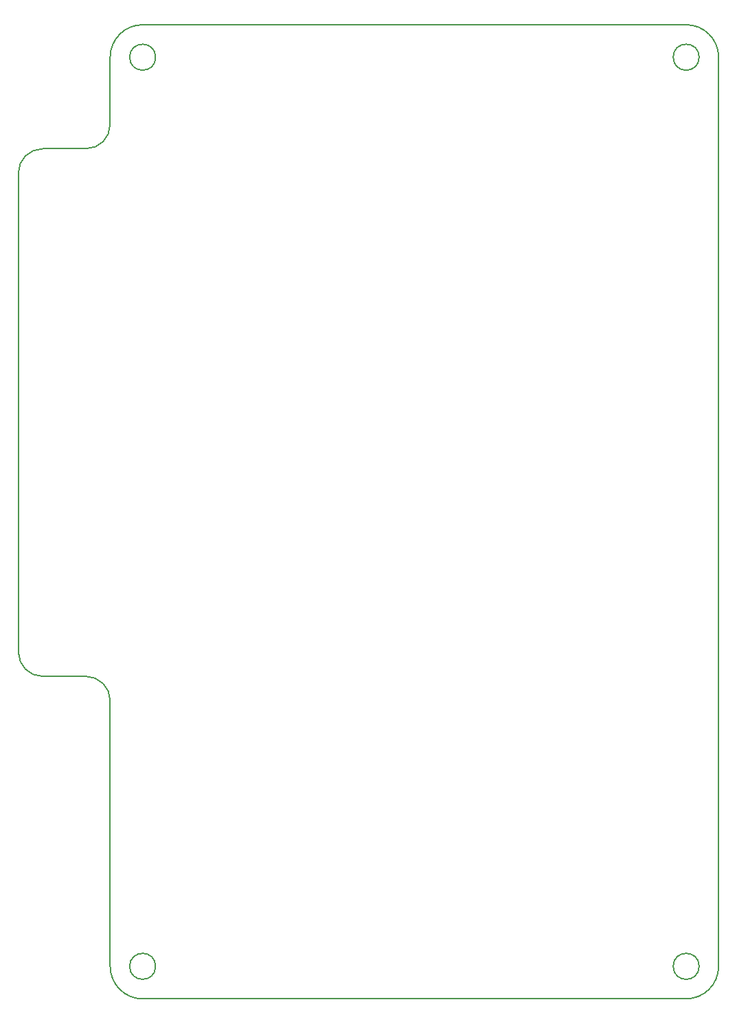
<source format=gbr>
%TF.GenerationSoftware,KiCad,Pcbnew,9.0.5*%
%TF.CreationDate,2025-11-24T08:34:37-05:00*%
%TF.ProjectId,devboard,64657662-6f61-4726-942e-6b696361645f,rev?*%
%TF.SameCoordinates,Original*%
%TF.FileFunction,Profile,NP*%
%FSLAX46Y46*%
G04 Gerber Fmt 4.6, Leading zero omitted, Abs format (unit mm)*
G04 Created by KiCad (PCBNEW 9.0.5) date 2025-11-24 08:34:37*
%MOMM*%
%LPD*%
G01*
G04 APERTURE LIST*
%TA.AperFunction,Profile*%
%ADD10C,0.200000*%
%TD*%
G04 APERTURE END LIST*
D10*
X125218087Y-39225834D02*
G75*
G02*
X122017687Y-39225834I-1600200J0D01*
G01*
X122017687Y-39225834D02*
G75*
G02*
X125218087Y-39225834I1600200J0D01*
G01*
X108300000Y-112500000D02*
X108300000Y-53499950D01*
X123617900Y-155225834D02*
G75*
G02*
X119617886Y-151213151I0J4000034D01*
G01*
X119617887Y-47494001D02*
X119617887Y-39225900D01*
X127392804Y-155225834D02*
X123617900Y-155225834D01*
X192218087Y-151225834D02*
G75*
G02*
X189017687Y-151225834I-1600200J0D01*
G01*
X189017687Y-151225834D02*
G75*
G02*
X192218087Y-151225834I1600200J0D01*
G01*
X194617887Y-151225800D02*
G75*
G02*
X190617887Y-155225887I-4000087J0D01*
G01*
X194617887Y-39225834D02*
X194617887Y-151225800D01*
X192218087Y-39225834D02*
G75*
G02*
X189017687Y-39225834I-1600200J0D01*
G01*
X189017687Y-39225834D02*
G75*
G02*
X192218087Y-39225834I1600200J0D01*
G01*
X190617887Y-155225834D02*
X186842970Y-155225834D01*
X186842970Y-155225834D02*
X127392804Y-155225834D01*
X123637290Y-35225834D02*
X190617900Y-35225834D01*
X119617887Y-151213151D02*
X119617887Y-118491515D01*
X119617887Y-39225900D02*
G75*
G02*
X123637290Y-35225834I4000113J0D01*
G01*
X116617900Y-115500001D02*
X111300000Y-115500001D01*
X111299950Y-50500001D02*
X116617857Y-50500001D01*
X190617900Y-35225834D02*
G75*
G02*
X194617866Y-39225834I0J-3999966D01*
G01*
X111300000Y-115500001D02*
G75*
G02*
X108299999Y-112500000I0J3000001D01*
G01*
X116617900Y-115500001D02*
G75*
G02*
X119617887Y-118491515I0J-2999999D01*
G01*
X119617887Y-47494001D02*
G75*
G02*
X116617857Y-50499993I-2999987J-5999D01*
G01*
X108300000Y-53499950D02*
G75*
G02*
X111299950Y-50500000I2999950J0D01*
G01*
X125218087Y-151225834D02*
G75*
G02*
X122017687Y-151225834I-1600200J0D01*
G01*
X122017687Y-151225834D02*
G75*
G02*
X125218087Y-151225834I1600200J0D01*
G01*
M02*

</source>
